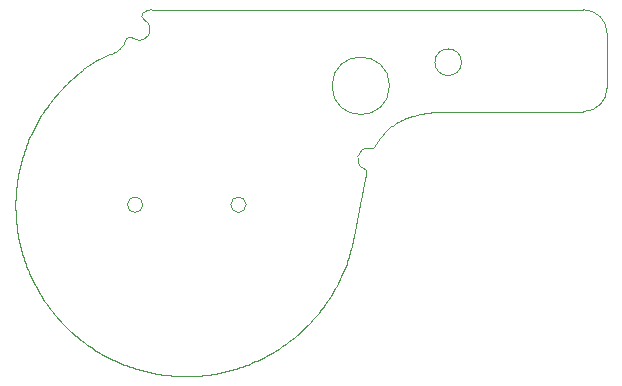
<source format=gbr>
%TF.GenerationSoftware,KiCad,Pcbnew,7.0.6*%
%TF.CreationDate,2023-12-14T14:37:07-08:00*%
%TF.ProjectId,UGC_SubStick,5547435f-5375-4625-9374-69636b2e6b69,rev?*%
%TF.SameCoordinates,Original*%
%TF.FileFunction,Profile,NP*%
%FSLAX46Y46*%
G04 Gerber Fmt 4.6, Leading zero omitted, Abs format (unit mm)*
G04 Created by KiCad (PCBNEW 7.0.6) date 2023-12-14 14:37:07*
%MOMM*%
%LPD*%
G01*
G04 APERTURE LIST*
%ADD10C,0.100000*%
%TA.AperFunction,Profile*%
%ADD11C,0.100000*%
%TD*%
G04 APERTURE END LIST*
D10*
X236182716Y-140373821D02*
X236055538Y-140523949D01*
X235930459Y-140675749D01*
X235807494Y-140829196D01*
X235686658Y-140984268D01*
X235567967Y-141140943D01*
X235451436Y-141299198D01*
X235337082Y-141459010D01*
X235224919Y-141620358D01*
X235114962Y-141783217D01*
X235007229Y-141947565D01*
X234901733Y-142113381D01*
X234798492Y-142280641D01*
X234697519Y-142449323D01*
X234598831Y-142619403D01*
X234502443Y-142790860D01*
X234408371Y-142963672D01*
X262416512Y-146875826D02*
X262413427Y-146952791D01*
X264333810Y-143213824D02*
X264429895Y-143134249D01*
X264527980Y-143057429D01*
X264628091Y-142983321D01*
X264730254Y-142911883D01*
X264834496Y-142843071D01*
X264940843Y-142776844D01*
X265049322Y-142713159D01*
X265159958Y-142651973D01*
X265272779Y-142593244D01*
X265387810Y-142536928D01*
X265505077Y-142482984D01*
X265624608Y-142431369D01*
X265746428Y-142382039D01*
X265870564Y-142334954D01*
X265997042Y-142290070D01*
X266125889Y-142247344D01*
D11*
X244254180Y-133176103D02*
G75*
G03*
X243517695Y-133447452I20J-1135197D01*
G01*
D10*
X261687781Y-150631904D02*
X261710457Y-150516931D01*
X261733133Y-150401959D01*
X261755810Y-150286987D01*
X261778486Y-150172014D01*
X261801163Y-150057042D01*
X261823839Y-149942070D01*
X261846516Y-149827098D01*
X261869192Y-149712125D01*
X261891868Y-149597153D01*
X261914545Y-149482181D01*
X261937221Y-149367208D01*
X261959898Y-149252236D01*
X261982574Y-149137264D01*
X262005251Y-149022292D01*
X262027927Y-148907319D01*
X262050604Y-148792347D01*
X262073280Y-148677375D01*
X262095956Y-148562402D01*
X262118633Y-148447430D01*
X262141309Y-148332458D01*
X262163986Y-148217486D01*
X262186662Y-148102513D01*
X262209339Y-147987541D01*
X262232015Y-147872569D01*
X262254691Y-147757596D01*
X262277368Y-147642624D01*
X262300044Y-147527652D01*
X262322721Y-147412680D01*
X262345397Y-147297707D01*
X262368074Y-147182735D01*
X262390750Y-147067763D01*
X262413427Y-146952791D01*
X262396021Y-146801576D02*
X262416512Y-146875826D01*
X233286784Y-153849988D02*
X233337572Y-154018606D01*
X233390385Y-154186499D01*
X233445214Y-154353649D01*
X233502049Y-154520039D01*
X233560881Y-154685651D01*
X233621701Y-154850469D01*
X233684501Y-155014474D01*
X233749270Y-155177650D01*
X233816001Y-155339979D01*
X233884683Y-155501444D01*
X233955308Y-155662028D01*
X234027867Y-155821712D01*
X234102351Y-155980481D01*
X234178750Y-156138317D01*
X234257055Y-156295202D01*
X234337258Y-156451119D01*
X234419350Y-156606051D01*
X234503320Y-156759980D01*
X234589161Y-156912889D01*
X234676863Y-157064761D01*
X234766416Y-157215579D01*
X234857813Y-157365325D01*
X234951044Y-157513982D01*
X235046099Y-157661532D01*
X235142970Y-157807958D01*
X235241648Y-157953244D01*
X235342123Y-158097371D01*
X235444387Y-158240323D01*
X235548430Y-158382081D01*
X235654244Y-158522629D01*
X235761819Y-158661950D01*
X235871146Y-158800026D01*
D11*
X262688991Y-144904221D02*
G75*
G03*
X262258094Y-146671154I-100991J-911379D01*
G01*
D10*
X245457574Y-164109906D02*
X245632542Y-164129337D01*
X245807637Y-164146625D01*
X245982838Y-164161772D01*
X246158127Y-164174779D01*
X246333484Y-164185648D01*
X246508889Y-164194379D01*
X246684323Y-164200976D01*
X246859767Y-164205438D01*
X247035202Y-164207768D01*
X247210607Y-164207967D01*
X247385963Y-164206036D01*
X247561252Y-164201978D01*
X247736453Y-164195793D01*
X247911547Y-164187483D01*
X248086515Y-164177049D01*
X248261337Y-164164494D01*
X248435994Y-164149818D01*
X248610467Y-164133023D01*
X248784736Y-164114111D01*
X248958781Y-164093083D01*
X249132584Y-164069940D01*
X249306124Y-164044684D01*
X249479383Y-164017317D01*
X249652340Y-163987840D01*
X249824978Y-163956254D01*
X249997275Y-163922561D01*
X250169213Y-163886763D01*
X250340772Y-163848861D01*
X250511934Y-163808856D01*
X250682677Y-163766750D01*
X250852984Y-163722545D01*
X251022835Y-163676242D01*
X240140130Y-162398991D02*
X240294748Y-162483421D01*
X240450298Y-162565914D01*
X240606761Y-162646462D01*
X240764117Y-162725060D01*
X240922349Y-162801703D01*
X241081438Y-162876383D01*
X241241365Y-162949096D01*
X241402112Y-163019834D01*
X241563659Y-163088593D01*
X241725989Y-163155366D01*
X241889083Y-163220147D01*
X242052923Y-163282931D01*
X242217488Y-163343711D01*
X242382762Y-163402481D01*
X242548726Y-163459236D01*
X242715360Y-163513969D01*
X242882647Y-163566675D01*
X243050567Y-163617347D01*
X243219102Y-163665980D01*
X243388234Y-163712567D01*
X243557944Y-163757103D01*
X243728213Y-163799582D01*
X243899022Y-163839997D01*
X244070354Y-163878343D01*
X244242189Y-163914614D01*
X244414510Y-163948804D01*
X244587296Y-163980907D01*
X244760531Y-164010917D01*
X244934194Y-164038827D01*
X245108268Y-164064633D01*
X245282734Y-164088328D01*
X245457574Y-164109906D01*
D11*
X242594506Y-135552414D02*
G75*
G03*
X243589841Y-134027633I589394J702514D01*
G01*
D10*
X266125889Y-142247344D02*
X266249270Y-142209081D01*
X266373317Y-142173045D01*
X266497816Y-142139170D01*
X266622552Y-142107389D01*
X266747309Y-142077635D01*
X266871874Y-142049843D01*
X266996031Y-142023946D01*
X267119566Y-141999877D01*
X267242264Y-141977571D01*
X267363909Y-141956960D01*
X267484288Y-141937979D01*
X267603186Y-141920561D01*
X267720387Y-141904640D01*
X267835677Y-141890149D01*
X267948841Y-141877022D01*
X268059665Y-141865192D01*
X268167934Y-141854594D01*
X268273432Y-141845161D01*
X268375945Y-141836826D01*
X268571158Y-141823185D01*
X268751854Y-141813142D01*
X268916314Y-141806165D01*
X269062822Y-141801724D01*
X269189658Y-141799286D01*
X269295104Y-141798322D01*
X269339269Y-141798227D01*
X242123835Y-135571284D02*
X242205967Y-135511104D01*
X242236854Y-135496653D01*
X242047610Y-135683234D02*
X242100747Y-135596379D01*
X242123835Y-135571284D01*
X232774982Y-148296871D02*
X232758024Y-148471931D01*
X232743210Y-148647087D01*
X232730539Y-148822319D01*
X232720008Y-148997607D01*
X232711615Y-149172932D01*
X232705359Y-149348275D01*
X232701239Y-149523616D01*
X232699251Y-149698937D01*
X232699394Y-149874217D01*
X232701667Y-150049437D01*
X232706068Y-150224578D01*
X232712594Y-150399621D01*
X232721245Y-150574545D01*
X232732018Y-150749333D01*
X232744912Y-150923964D01*
X232759924Y-151098420D01*
X232777053Y-151272680D01*
X232796297Y-151446725D01*
X232817654Y-151620537D01*
X232841123Y-151794095D01*
X232866701Y-151967381D01*
X232894387Y-152140374D01*
X232924179Y-152313056D01*
X232956076Y-152485408D01*
X232990075Y-152657409D01*
X233026174Y-152829040D01*
X233064373Y-153000283D01*
X233104668Y-153171118D01*
X233147059Y-153341525D01*
X233191543Y-153511485D01*
X233238118Y-153680979D01*
X233286784Y-153849988D01*
D11*
X252232200Y-149688518D02*
G75*
G03*
X252232200Y-149688518I-650000J0D01*
G01*
D10*
X234408371Y-142963672D02*
X234326272Y-143119238D01*
X234246118Y-143275707D01*
X234167917Y-143433059D01*
X234091673Y-143591278D01*
X234017392Y-143750342D01*
X233945081Y-143910235D01*
X233874744Y-144070937D01*
X233806387Y-144232429D01*
X233740017Y-144394694D01*
X233675639Y-144557711D01*
X233613258Y-144721463D01*
X233552881Y-144885932D01*
X233494514Y-145051097D01*
X233438162Y-145216941D01*
X233383830Y-145383444D01*
X233331525Y-145550589D01*
X233281253Y-145718356D01*
X233233019Y-145886728D01*
X233186829Y-146055684D01*
X233142688Y-146225207D01*
X233100603Y-146395278D01*
X233060580Y-146565877D01*
X233022623Y-146736988D01*
X232986739Y-146908590D01*
X232952934Y-147080665D01*
X232921213Y-147253195D01*
X232891582Y-147426160D01*
X232864047Y-147599543D01*
X232838614Y-147773324D01*
X232815288Y-147947484D01*
X232794075Y-148122006D01*
X232774982Y-148296871D01*
D11*
X240757605Y-136954422D02*
G75*
G03*
X238473580Y-138230022I3589595J-9109978D01*
G01*
D10*
X262339918Y-146722765D02*
X262396021Y-146801576D01*
D11*
X243482200Y-149688518D02*
G75*
G03*
X243482200Y-149688518I-650000J0D01*
G01*
D10*
X238473580Y-138230022D02*
X238317052Y-138349049D01*
X238162210Y-138470159D01*
X238009076Y-138593332D01*
X237857668Y-138718550D01*
X237708006Y-138845794D01*
X237560112Y-138975045D01*
X237414003Y-139106285D01*
X237269702Y-139239494D01*
X237127226Y-139374655D01*
X236986597Y-139511747D01*
X236847834Y-139650752D01*
X236710958Y-139791652D01*
X236575988Y-139934428D01*
X236442944Y-140079060D01*
X236311847Y-140225531D01*
X236182716Y-140373821D01*
D11*
X269339269Y-141798227D02*
X280795410Y-141798227D01*
X264367726Y-139619733D02*
G75*
G03*
X264367726Y-139619733I-2430000J0D01*
G01*
D10*
X259675200Y-156938683D02*
X259791384Y-156732528D01*
X259901635Y-156530678D01*
X260006201Y-156332759D01*
X260105332Y-156138401D01*
X260199277Y-155947230D01*
X260288286Y-155758876D01*
X260372609Y-155572966D01*
X260452495Y-155389129D01*
X260528195Y-155206992D01*
X260599956Y-155026184D01*
X260668031Y-154846333D01*
X260732666Y-154667067D01*
X260794114Y-154488014D01*
X260852622Y-154308802D01*
X260908441Y-154129059D01*
X260961821Y-153948414D01*
X261013010Y-153766495D01*
X261062259Y-153582929D01*
X261109817Y-153397345D01*
X261155933Y-153209372D01*
X261200858Y-153018636D01*
X261244842Y-152824767D01*
X261288132Y-152627392D01*
X261330980Y-152426139D01*
X261373635Y-152220637D01*
X261416347Y-152010514D01*
X261459364Y-151795398D01*
X261502938Y-151574916D01*
X261547316Y-151348698D01*
X261592750Y-151116371D01*
X261639488Y-150877564D01*
X261687781Y-150631904D01*
D11*
X243517709Y-133447468D02*
G75*
G03*
X243589841Y-134027632I227091J-266332D01*
G01*
X280795410Y-133176111D02*
X244254180Y-133176111D01*
D10*
X251022835Y-163676242D02*
X251192382Y-163627791D01*
X251361231Y-163577303D01*
X251529366Y-163524787D01*
X251696769Y-163470250D01*
X251863422Y-163413702D01*
X252029307Y-163355152D01*
X252194407Y-163294608D01*
X252358706Y-163232079D01*
X252522184Y-163167575D01*
X252684824Y-163101103D01*
X252846610Y-163032673D01*
X253007523Y-162962293D01*
X253167546Y-162889973D01*
X253326661Y-162815721D01*
X253484852Y-162739546D01*
X253642099Y-162661456D01*
X253798387Y-162581462D01*
X253953697Y-162499570D01*
X254108011Y-162415791D01*
X254261313Y-162330133D01*
X254413584Y-162242604D01*
X254564808Y-162153214D01*
X254714967Y-162061972D01*
X254864042Y-161968886D01*
X255012017Y-161873965D01*
X255158875Y-161777218D01*
X255304596Y-161678654D01*
X255449165Y-161578281D01*
X255592564Y-161476109D01*
X255734774Y-161372146D01*
X255875779Y-161266401D01*
X256015561Y-161158883D01*
X263180662Y-144650874D02*
X263230914Y-144562357D01*
X263283444Y-144473037D01*
X263338386Y-144383047D01*
X263395877Y-144292523D01*
X263456052Y-144201600D01*
X263519046Y-144110414D01*
X263584994Y-144019100D01*
X263654032Y-143927793D01*
X263726295Y-143836628D01*
X263801918Y-143745741D01*
X263881038Y-143655267D01*
X263963788Y-143565341D01*
X264050305Y-143476098D01*
X264140724Y-143387674D01*
X264235181Y-143300204D01*
X264333810Y-143213824D01*
X235871146Y-158800026D02*
X235982125Y-158936728D01*
X236094700Y-159071994D01*
X236208856Y-159205809D01*
X236324579Y-159338162D01*
X236441853Y-159469040D01*
X236560664Y-159598430D01*
X236680996Y-159726319D01*
X236802835Y-159852695D01*
X236926165Y-159977545D01*
X237050972Y-160100857D01*
X237177241Y-160222618D01*
X237304957Y-160342816D01*
X237434105Y-160461437D01*
X237564670Y-160578470D01*
X237696636Y-160693901D01*
X237829991Y-160807718D01*
X237964717Y-160919909D01*
X238100800Y-161030460D01*
X238238226Y-161139359D01*
X238376980Y-161246594D01*
X238517046Y-161352152D01*
X238658409Y-161456020D01*
X238801056Y-161558186D01*
X238944970Y-161658636D01*
X239090137Y-161757359D01*
X239236541Y-161854343D01*
X239384169Y-161949573D01*
X239533005Y-162043038D01*
X239683034Y-162134724D01*
X239834241Y-162224621D01*
X239986611Y-162312713D01*
X240140130Y-162398991D01*
X242047610Y-135683234D02*
X242006232Y-135776070D01*
X241962596Y-135865913D01*
X263055454Y-144798380D02*
X262968467Y-144853993D01*
X262883620Y-144887307D01*
X256015561Y-161158883D02*
X256153864Y-161049789D01*
X256290754Y-160939078D01*
X256426215Y-160826764D01*
X256560236Y-160712861D01*
X256692804Y-160597385D01*
X256823905Y-160480350D01*
X256953526Y-160361771D01*
X257081654Y-160241662D01*
X257208278Y-160120039D01*
X257333382Y-159996916D01*
X257456955Y-159872308D01*
X257578984Y-159746230D01*
X257699455Y-159618697D01*
X257818355Y-159489722D01*
X257935672Y-159359322D01*
X258051393Y-159227511D01*
X258165504Y-159094304D01*
X258277992Y-158959715D01*
X258388845Y-158823759D01*
X258498050Y-158686451D01*
X258605593Y-158547806D01*
X258711462Y-158407839D01*
X258815643Y-158266564D01*
X258918124Y-158123996D01*
X259018892Y-157980150D01*
X259117933Y-157835041D01*
X259215235Y-157688683D01*
X259310785Y-157541091D01*
X259404569Y-157392281D01*
X259496575Y-157242266D01*
X259586789Y-157091061D01*
X259675200Y-156938683D01*
X242236854Y-135496653D02*
X242335685Y-135472161D01*
X242369746Y-135470518D01*
D11*
X282795389Y-135176111D02*
G75*
G03*
X280795410Y-133176111I-1999989J11D01*
G01*
X280795410Y-141798210D02*
G75*
G03*
X282795410Y-139798227I-10J2000010D01*
G01*
X270464269Y-137621378D02*
G75*
G03*
X270464269Y-137621378I-1125000J0D01*
G01*
X282795410Y-139798227D02*
X282795410Y-135176111D01*
D10*
X263180662Y-144650874D02*
X263121301Y-144735348D01*
X263055454Y-144798380D01*
X241379633Y-136594202D02*
X241294140Y-136654507D01*
X241201746Y-136717378D01*
X241101231Y-136780568D01*
X240998578Y-136837926D01*
X240901134Y-136887028D01*
X240809463Y-136930488D01*
X240757606Y-136954424D01*
X242369746Y-135470518D02*
X242471230Y-135485609D01*
X242489348Y-135491654D01*
X241962596Y-135865913D02*
X241911718Y-135952899D01*
X241852520Y-136050774D01*
X241797381Y-136136732D01*
X241738470Y-136220813D01*
X241727090Y-136236165D01*
X262258094Y-146671154D02*
X262339918Y-146722765D01*
X242489348Y-135491654D02*
X242579564Y-135540519D01*
X242594525Y-135552392D01*
X241727090Y-136236165D02*
X241657701Y-136313112D01*
X241585578Y-136391605D01*
X241516463Y-136464399D01*
X241445284Y-136534927D01*
X241379633Y-136594202D01*
X262883620Y-144887307D02*
X262781025Y-144905808D01*
X262689001Y-144904134D01*
M02*

</source>
